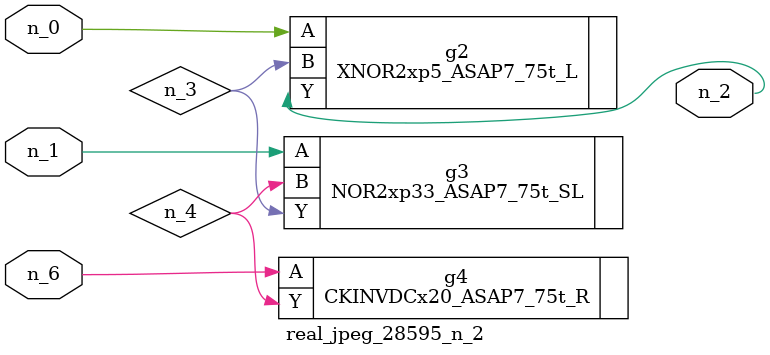
<source format=v>
module real_jpeg_28595_n_2 (n_6, n_1, n_0, n_2);

input n_6;
input n_1;
input n_0;

output n_2;

wire n_4;
wire n_3;

XNOR2xp5_ASAP7_75t_L g2 ( 
.A(n_0),
.B(n_3),
.Y(n_2)
);

NOR2xp33_ASAP7_75t_SL g3 ( 
.A(n_1),
.B(n_4),
.Y(n_3)
);

CKINVDCx20_ASAP7_75t_R g4 ( 
.A(n_6),
.Y(n_4)
);


endmodule
</source>
